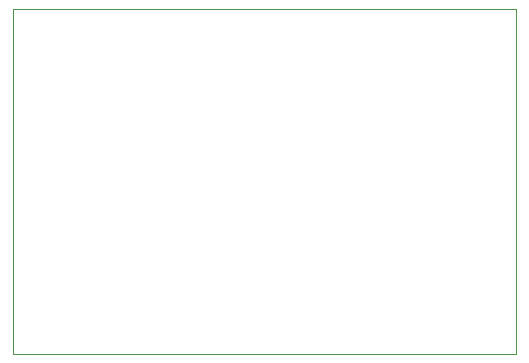
<source format=gbr>
G04 #@! TF.GenerationSoftware,KiCad,Pcbnew,(5.1.0)-1*
G04 #@! TF.CreationDate,2019-04-16T02:17:24+07:00*
G04 #@! TF.ProjectId,Bano,42616e6f-2e6b-4696-9361-645f70636258,rev?*
G04 #@! TF.SameCoordinates,Original*
G04 #@! TF.FileFunction,Profile,NP*
%FSLAX46Y46*%
G04 Gerber Fmt 4.6, Leading zero omitted, Abs format (unit mm)*
G04 Created by KiCad (PCBNEW (5.1.0)-1) date 2019-04-16 02:17:24*
%MOMM*%
%LPD*%
G04 APERTURE LIST*
%ADD10C,0.100000*%
G04 APERTURE END LIST*
D10*
X57150000Y-67310000D02*
X57150000Y-38100000D01*
X99695000Y-67310000D02*
X57150000Y-67310000D01*
X99695000Y-38100000D02*
X99695000Y-67310000D01*
X57150000Y-38100000D02*
X99695000Y-38100000D01*
M02*

</source>
